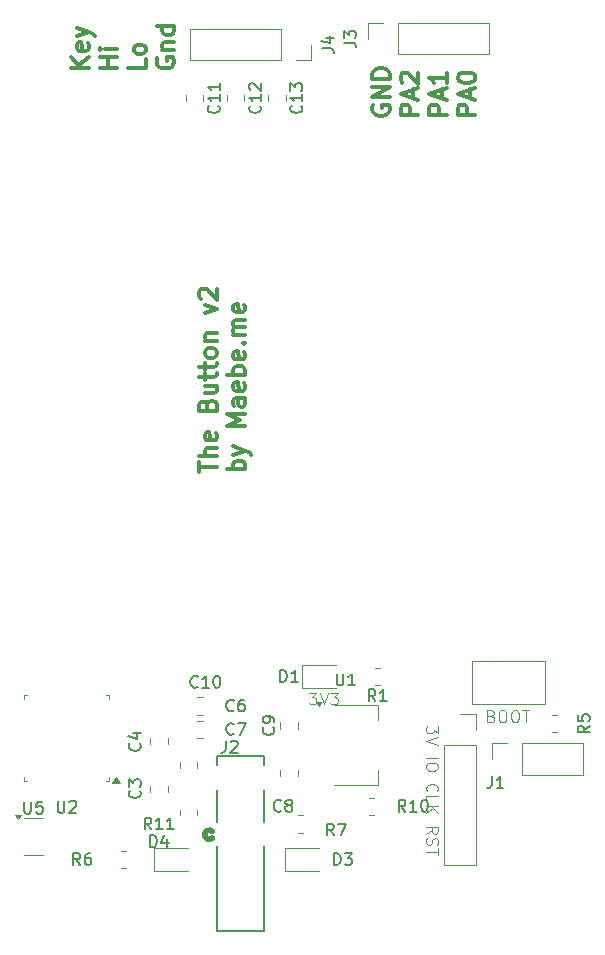
<source format=gbr>
%TF.GenerationSoftware,KiCad,Pcbnew,8.0.7*%
%TF.CreationDate,2024-12-26T00:03:12+08:00*%
%TF.ProjectId,The Button,54686520-4275-4747-946f-6e2e6b696361,rev?*%
%TF.SameCoordinates,Original*%
%TF.FileFunction,Legend,Top*%
%TF.FilePolarity,Positive*%
%FSLAX46Y46*%
G04 Gerber Fmt 4.6, Leading zero omitted, Abs format (unit mm)*
G04 Created by KiCad (PCBNEW 8.0.7) date 2024-12-26 00:03:12*
%MOMM*%
%LPD*%
G01*
G04 APERTURE LIST*
%ADD10C,0.300000*%
%ADD11C,0.100000*%
%ADD12C,0.150000*%
%ADD13C,0.120000*%
%ADD14C,0.152400*%
%ADD15C,0.508000*%
G04 APERTURE END LIST*
D10*
X182127509Y-32659774D02*
X182056080Y-32802632D01*
X182056080Y-32802632D02*
X182056080Y-33016917D01*
X182056080Y-33016917D02*
X182127509Y-33231203D01*
X182127509Y-33231203D02*
X182270366Y-33374060D01*
X182270366Y-33374060D02*
X182413223Y-33445489D01*
X182413223Y-33445489D02*
X182698937Y-33516917D01*
X182698937Y-33516917D02*
X182913223Y-33516917D01*
X182913223Y-33516917D02*
X183198937Y-33445489D01*
X183198937Y-33445489D02*
X183341794Y-33374060D01*
X183341794Y-33374060D02*
X183484652Y-33231203D01*
X183484652Y-33231203D02*
X183556080Y-33016917D01*
X183556080Y-33016917D02*
X183556080Y-32874060D01*
X183556080Y-32874060D02*
X183484652Y-32659774D01*
X183484652Y-32659774D02*
X183413223Y-32588346D01*
X183413223Y-32588346D02*
X182913223Y-32588346D01*
X182913223Y-32588346D02*
X182913223Y-32874060D01*
X183556080Y-31945489D02*
X182056080Y-31945489D01*
X182056080Y-31945489D02*
X183556080Y-31088346D01*
X183556080Y-31088346D02*
X182056080Y-31088346D01*
X183556080Y-30374060D02*
X182056080Y-30374060D01*
X182056080Y-30374060D02*
X182056080Y-30016917D01*
X182056080Y-30016917D02*
X182127509Y-29802631D01*
X182127509Y-29802631D02*
X182270366Y-29659774D01*
X182270366Y-29659774D02*
X182413223Y-29588345D01*
X182413223Y-29588345D02*
X182698937Y-29516917D01*
X182698937Y-29516917D02*
X182913223Y-29516917D01*
X182913223Y-29516917D02*
X183198937Y-29588345D01*
X183198937Y-29588345D02*
X183341794Y-29659774D01*
X183341794Y-29659774D02*
X183484652Y-29802631D01*
X183484652Y-29802631D02*
X183556080Y-30016917D01*
X183556080Y-30016917D02*
X183556080Y-30374060D01*
X185970996Y-33445489D02*
X184470996Y-33445489D01*
X184470996Y-33445489D02*
X184470996Y-32874060D01*
X184470996Y-32874060D02*
X184542425Y-32731203D01*
X184542425Y-32731203D02*
X184613853Y-32659774D01*
X184613853Y-32659774D02*
X184756710Y-32588346D01*
X184756710Y-32588346D02*
X184970996Y-32588346D01*
X184970996Y-32588346D02*
X185113853Y-32659774D01*
X185113853Y-32659774D02*
X185185282Y-32731203D01*
X185185282Y-32731203D02*
X185256710Y-32874060D01*
X185256710Y-32874060D02*
X185256710Y-33445489D01*
X185542425Y-32016917D02*
X185542425Y-31302632D01*
X185970996Y-32159774D02*
X184470996Y-31659774D01*
X184470996Y-31659774D02*
X185970996Y-31159774D01*
X184613853Y-30731203D02*
X184542425Y-30659775D01*
X184542425Y-30659775D02*
X184470996Y-30516918D01*
X184470996Y-30516918D02*
X184470996Y-30159775D01*
X184470996Y-30159775D02*
X184542425Y-30016918D01*
X184542425Y-30016918D02*
X184613853Y-29945489D01*
X184613853Y-29945489D02*
X184756710Y-29874060D01*
X184756710Y-29874060D02*
X184899568Y-29874060D01*
X184899568Y-29874060D02*
X185113853Y-29945489D01*
X185113853Y-29945489D02*
X185970996Y-30802632D01*
X185970996Y-30802632D02*
X185970996Y-29874060D01*
X188385912Y-33445489D02*
X186885912Y-33445489D01*
X186885912Y-33445489D02*
X186885912Y-32874060D01*
X186885912Y-32874060D02*
X186957341Y-32731203D01*
X186957341Y-32731203D02*
X187028769Y-32659774D01*
X187028769Y-32659774D02*
X187171626Y-32588346D01*
X187171626Y-32588346D02*
X187385912Y-32588346D01*
X187385912Y-32588346D02*
X187528769Y-32659774D01*
X187528769Y-32659774D02*
X187600198Y-32731203D01*
X187600198Y-32731203D02*
X187671626Y-32874060D01*
X187671626Y-32874060D02*
X187671626Y-33445489D01*
X187957341Y-32016917D02*
X187957341Y-31302632D01*
X188385912Y-32159774D02*
X186885912Y-31659774D01*
X186885912Y-31659774D02*
X188385912Y-31159774D01*
X188385912Y-29874060D02*
X188385912Y-30731203D01*
X188385912Y-30302632D02*
X186885912Y-30302632D01*
X186885912Y-30302632D02*
X187100198Y-30445489D01*
X187100198Y-30445489D02*
X187243055Y-30588346D01*
X187243055Y-30588346D02*
X187314484Y-30731203D01*
X190800828Y-33445489D02*
X189300828Y-33445489D01*
X189300828Y-33445489D02*
X189300828Y-32874060D01*
X189300828Y-32874060D02*
X189372257Y-32731203D01*
X189372257Y-32731203D02*
X189443685Y-32659774D01*
X189443685Y-32659774D02*
X189586542Y-32588346D01*
X189586542Y-32588346D02*
X189800828Y-32588346D01*
X189800828Y-32588346D02*
X189943685Y-32659774D01*
X189943685Y-32659774D02*
X190015114Y-32731203D01*
X190015114Y-32731203D02*
X190086542Y-32874060D01*
X190086542Y-32874060D02*
X190086542Y-33445489D01*
X190372257Y-32016917D02*
X190372257Y-31302632D01*
X190800828Y-32159774D02*
X189300828Y-31659774D01*
X189300828Y-31659774D02*
X190800828Y-31159774D01*
X189300828Y-30374060D02*
X189300828Y-30231203D01*
X189300828Y-30231203D02*
X189372257Y-30088346D01*
X189372257Y-30088346D02*
X189443685Y-30016918D01*
X189443685Y-30016918D02*
X189586542Y-29945489D01*
X189586542Y-29945489D02*
X189872257Y-29874060D01*
X189872257Y-29874060D02*
X190229400Y-29874060D01*
X190229400Y-29874060D02*
X190515114Y-29945489D01*
X190515114Y-29945489D02*
X190657971Y-30016918D01*
X190657971Y-30016918D02*
X190729400Y-30088346D01*
X190729400Y-30088346D02*
X190800828Y-30231203D01*
X190800828Y-30231203D02*
X190800828Y-30374060D01*
X190800828Y-30374060D02*
X190729400Y-30516918D01*
X190729400Y-30516918D02*
X190657971Y-30588346D01*
X190657971Y-30588346D02*
X190515114Y-30659775D01*
X190515114Y-30659775D02*
X190229400Y-30731203D01*
X190229400Y-30731203D02*
X189872257Y-30731203D01*
X189872257Y-30731203D02*
X189586542Y-30659775D01*
X189586542Y-30659775D02*
X189443685Y-30588346D01*
X189443685Y-30588346D02*
X189372257Y-30516918D01*
X189372257Y-30516918D02*
X189300828Y-30374060D01*
X158056080Y-29445489D02*
X156556080Y-29445489D01*
X158056080Y-28588346D02*
X157198937Y-29231203D01*
X156556080Y-28588346D02*
X157413223Y-29445489D01*
X157984652Y-27374060D02*
X158056080Y-27516917D01*
X158056080Y-27516917D02*
X158056080Y-27802632D01*
X158056080Y-27802632D02*
X157984652Y-27945489D01*
X157984652Y-27945489D02*
X157841794Y-28016917D01*
X157841794Y-28016917D02*
X157270366Y-28016917D01*
X157270366Y-28016917D02*
X157127509Y-27945489D01*
X157127509Y-27945489D02*
X157056080Y-27802632D01*
X157056080Y-27802632D02*
X157056080Y-27516917D01*
X157056080Y-27516917D02*
X157127509Y-27374060D01*
X157127509Y-27374060D02*
X157270366Y-27302632D01*
X157270366Y-27302632D02*
X157413223Y-27302632D01*
X157413223Y-27302632D02*
X157556080Y-28016917D01*
X157056080Y-26802632D02*
X158056080Y-26445489D01*
X157056080Y-26088346D02*
X158056080Y-26445489D01*
X158056080Y-26445489D02*
X158413223Y-26588346D01*
X158413223Y-26588346D02*
X158484652Y-26659775D01*
X158484652Y-26659775D02*
X158556080Y-26802632D01*
X160470996Y-29445489D02*
X158970996Y-29445489D01*
X159685282Y-29445489D02*
X159685282Y-28588346D01*
X160470996Y-28588346D02*
X158970996Y-28588346D01*
X160470996Y-27874060D02*
X159470996Y-27874060D01*
X158970996Y-27874060D02*
X159042425Y-27945488D01*
X159042425Y-27945488D02*
X159113853Y-27874060D01*
X159113853Y-27874060D02*
X159042425Y-27802631D01*
X159042425Y-27802631D02*
X158970996Y-27874060D01*
X158970996Y-27874060D02*
X159113853Y-27874060D01*
X162885912Y-28731203D02*
X162885912Y-29445489D01*
X162885912Y-29445489D02*
X161385912Y-29445489D01*
X162885912Y-28016917D02*
X162814484Y-28159774D01*
X162814484Y-28159774D02*
X162743055Y-28231203D01*
X162743055Y-28231203D02*
X162600198Y-28302631D01*
X162600198Y-28302631D02*
X162171626Y-28302631D01*
X162171626Y-28302631D02*
X162028769Y-28231203D01*
X162028769Y-28231203D02*
X161957341Y-28159774D01*
X161957341Y-28159774D02*
X161885912Y-28016917D01*
X161885912Y-28016917D02*
X161885912Y-27802631D01*
X161885912Y-27802631D02*
X161957341Y-27659774D01*
X161957341Y-27659774D02*
X162028769Y-27588346D01*
X162028769Y-27588346D02*
X162171626Y-27516917D01*
X162171626Y-27516917D02*
X162600198Y-27516917D01*
X162600198Y-27516917D02*
X162743055Y-27588346D01*
X162743055Y-27588346D02*
X162814484Y-27659774D01*
X162814484Y-27659774D02*
X162885912Y-27802631D01*
X162885912Y-27802631D02*
X162885912Y-28016917D01*
X163872257Y-28659774D02*
X163800828Y-28802632D01*
X163800828Y-28802632D02*
X163800828Y-29016917D01*
X163800828Y-29016917D02*
X163872257Y-29231203D01*
X163872257Y-29231203D02*
X164015114Y-29374060D01*
X164015114Y-29374060D02*
X164157971Y-29445489D01*
X164157971Y-29445489D02*
X164443685Y-29516917D01*
X164443685Y-29516917D02*
X164657971Y-29516917D01*
X164657971Y-29516917D02*
X164943685Y-29445489D01*
X164943685Y-29445489D02*
X165086542Y-29374060D01*
X165086542Y-29374060D02*
X165229400Y-29231203D01*
X165229400Y-29231203D02*
X165300828Y-29016917D01*
X165300828Y-29016917D02*
X165300828Y-28874060D01*
X165300828Y-28874060D02*
X165229400Y-28659774D01*
X165229400Y-28659774D02*
X165157971Y-28588346D01*
X165157971Y-28588346D02*
X164657971Y-28588346D01*
X164657971Y-28588346D02*
X164657971Y-28874060D01*
X164300828Y-27945489D02*
X165300828Y-27945489D01*
X164443685Y-27945489D02*
X164372257Y-27874060D01*
X164372257Y-27874060D02*
X164300828Y-27731203D01*
X164300828Y-27731203D02*
X164300828Y-27516917D01*
X164300828Y-27516917D02*
X164372257Y-27374060D01*
X164372257Y-27374060D02*
X164515114Y-27302632D01*
X164515114Y-27302632D02*
X165300828Y-27302632D01*
X165300828Y-25945489D02*
X163800828Y-25945489D01*
X165229400Y-25945489D02*
X165300828Y-26088346D01*
X165300828Y-26088346D02*
X165300828Y-26374060D01*
X165300828Y-26374060D02*
X165229400Y-26516917D01*
X165229400Y-26516917D02*
X165157971Y-26588346D01*
X165157971Y-26588346D02*
X165015114Y-26659774D01*
X165015114Y-26659774D02*
X164586542Y-26659774D01*
X164586542Y-26659774D02*
X164443685Y-26588346D01*
X164443685Y-26588346D02*
X164372257Y-26516917D01*
X164372257Y-26516917D02*
X164300828Y-26374060D01*
X164300828Y-26374060D02*
X164300828Y-26088346D01*
X164300828Y-26088346D02*
X164372257Y-25945489D01*
X167385912Y-63659774D02*
X167385912Y-62802632D01*
X168885912Y-63231203D02*
X167385912Y-63231203D01*
X168885912Y-62302632D02*
X167385912Y-62302632D01*
X168885912Y-61659775D02*
X168100198Y-61659775D01*
X168100198Y-61659775D02*
X167957341Y-61731203D01*
X167957341Y-61731203D02*
X167885912Y-61874060D01*
X167885912Y-61874060D02*
X167885912Y-62088346D01*
X167885912Y-62088346D02*
X167957341Y-62231203D01*
X167957341Y-62231203D02*
X168028769Y-62302632D01*
X168814484Y-60374060D02*
X168885912Y-60516917D01*
X168885912Y-60516917D02*
X168885912Y-60802632D01*
X168885912Y-60802632D02*
X168814484Y-60945489D01*
X168814484Y-60945489D02*
X168671626Y-61016917D01*
X168671626Y-61016917D02*
X168100198Y-61016917D01*
X168100198Y-61016917D02*
X167957341Y-60945489D01*
X167957341Y-60945489D02*
X167885912Y-60802632D01*
X167885912Y-60802632D02*
X167885912Y-60516917D01*
X167885912Y-60516917D02*
X167957341Y-60374060D01*
X167957341Y-60374060D02*
X168100198Y-60302632D01*
X168100198Y-60302632D02*
X168243055Y-60302632D01*
X168243055Y-60302632D02*
X168385912Y-61016917D01*
X168100198Y-58016918D02*
X168171626Y-57802632D01*
X168171626Y-57802632D02*
X168243055Y-57731203D01*
X168243055Y-57731203D02*
X168385912Y-57659775D01*
X168385912Y-57659775D02*
X168600198Y-57659775D01*
X168600198Y-57659775D02*
X168743055Y-57731203D01*
X168743055Y-57731203D02*
X168814484Y-57802632D01*
X168814484Y-57802632D02*
X168885912Y-57945489D01*
X168885912Y-57945489D02*
X168885912Y-58516918D01*
X168885912Y-58516918D02*
X167385912Y-58516918D01*
X167385912Y-58516918D02*
X167385912Y-58016918D01*
X167385912Y-58016918D02*
X167457341Y-57874061D01*
X167457341Y-57874061D02*
X167528769Y-57802632D01*
X167528769Y-57802632D02*
X167671626Y-57731203D01*
X167671626Y-57731203D02*
X167814484Y-57731203D01*
X167814484Y-57731203D02*
X167957341Y-57802632D01*
X167957341Y-57802632D02*
X168028769Y-57874061D01*
X168028769Y-57874061D02*
X168100198Y-58016918D01*
X168100198Y-58016918D02*
X168100198Y-58516918D01*
X167885912Y-56374061D02*
X168885912Y-56374061D01*
X167885912Y-57016918D02*
X168671626Y-57016918D01*
X168671626Y-57016918D02*
X168814484Y-56945489D01*
X168814484Y-56945489D02*
X168885912Y-56802632D01*
X168885912Y-56802632D02*
X168885912Y-56588346D01*
X168885912Y-56588346D02*
X168814484Y-56445489D01*
X168814484Y-56445489D02*
X168743055Y-56374061D01*
X167885912Y-55874060D02*
X167885912Y-55302632D01*
X167385912Y-55659775D02*
X168671626Y-55659775D01*
X168671626Y-55659775D02*
X168814484Y-55588346D01*
X168814484Y-55588346D02*
X168885912Y-55445489D01*
X168885912Y-55445489D02*
X168885912Y-55302632D01*
X167885912Y-55016917D02*
X167885912Y-54445489D01*
X167385912Y-54802632D02*
X168671626Y-54802632D01*
X168671626Y-54802632D02*
X168814484Y-54731203D01*
X168814484Y-54731203D02*
X168885912Y-54588346D01*
X168885912Y-54588346D02*
X168885912Y-54445489D01*
X168885912Y-53731203D02*
X168814484Y-53874060D01*
X168814484Y-53874060D02*
X168743055Y-53945489D01*
X168743055Y-53945489D02*
X168600198Y-54016917D01*
X168600198Y-54016917D02*
X168171626Y-54016917D01*
X168171626Y-54016917D02*
X168028769Y-53945489D01*
X168028769Y-53945489D02*
X167957341Y-53874060D01*
X167957341Y-53874060D02*
X167885912Y-53731203D01*
X167885912Y-53731203D02*
X167885912Y-53516917D01*
X167885912Y-53516917D02*
X167957341Y-53374060D01*
X167957341Y-53374060D02*
X168028769Y-53302632D01*
X168028769Y-53302632D02*
X168171626Y-53231203D01*
X168171626Y-53231203D02*
X168600198Y-53231203D01*
X168600198Y-53231203D02*
X168743055Y-53302632D01*
X168743055Y-53302632D02*
X168814484Y-53374060D01*
X168814484Y-53374060D02*
X168885912Y-53516917D01*
X168885912Y-53516917D02*
X168885912Y-53731203D01*
X167885912Y-52588346D02*
X168885912Y-52588346D01*
X168028769Y-52588346D02*
X167957341Y-52516917D01*
X167957341Y-52516917D02*
X167885912Y-52374060D01*
X167885912Y-52374060D02*
X167885912Y-52159774D01*
X167885912Y-52159774D02*
X167957341Y-52016917D01*
X167957341Y-52016917D02*
X168100198Y-51945489D01*
X168100198Y-51945489D02*
X168885912Y-51945489D01*
X167885912Y-50231203D02*
X168885912Y-49874060D01*
X168885912Y-49874060D02*
X167885912Y-49516917D01*
X167528769Y-49016917D02*
X167457341Y-48945489D01*
X167457341Y-48945489D02*
X167385912Y-48802632D01*
X167385912Y-48802632D02*
X167385912Y-48445489D01*
X167385912Y-48445489D02*
X167457341Y-48302632D01*
X167457341Y-48302632D02*
X167528769Y-48231203D01*
X167528769Y-48231203D02*
X167671626Y-48159774D01*
X167671626Y-48159774D02*
X167814484Y-48159774D01*
X167814484Y-48159774D02*
X168028769Y-48231203D01*
X168028769Y-48231203D02*
X168885912Y-49088346D01*
X168885912Y-49088346D02*
X168885912Y-48159774D01*
X171300828Y-63445489D02*
X169800828Y-63445489D01*
X170372257Y-63445489D02*
X170300828Y-63302632D01*
X170300828Y-63302632D02*
X170300828Y-63016917D01*
X170300828Y-63016917D02*
X170372257Y-62874060D01*
X170372257Y-62874060D02*
X170443685Y-62802632D01*
X170443685Y-62802632D02*
X170586542Y-62731203D01*
X170586542Y-62731203D02*
X171015114Y-62731203D01*
X171015114Y-62731203D02*
X171157971Y-62802632D01*
X171157971Y-62802632D02*
X171229400Y-62874060D01*
X171229400Y-62874060D02*
X171300828Y-63016917D01*
X171300828Y-63016917D02*
X171300828Y-63302632D01*
X171300828Y-63302632D02*
X171229400Y-63445489D01*
X170300828Y-62231203D02*
X171300828Y-61874060D01*
X170300828Y-61516917D02*
X171300828Y-61874060D01*
X171300828Y-61874060D02*
X171657971Y-62016917D01*
X171657971Y-62016917D02*
X171729400Y-62088346D01*
X171729400Y-62088346D02*
X171800828Y-62231203D01*
X171300828Y-59802632D02*
X169800828Y-59802632D01*
X169800828Y-59802632D02*
X170872257Y-59302632D01*
X170872257Y-59302632D02*
X169800828Y-58802632D01*
X169800828Y-58802632D02*
X171300828Y-58802632D01*
X171300828Y-57445489D02*
X170515114Y-57445489D01*
X170515114Y-57445489D02*
X170372257Y-57516917D01*
X170372257Y-57516917D02*
X170300828Y-57659774D01*
X170300828Y-57659774D02*
X170300828Y-57945489D01*
X170300828Y-57945489D02*
X170372257Y-58088346D01*
X171229400Y-57445489D02*
X171300828Y-57588346D01*
X171300828Y-57588346D02*
X171300828Y-57945489D01*
X171300828Y-57945489D02*
X171229400Y-58088346D01*
X171229400Y-58088346D02*
X171086542Y-58159774D01*
X171086542Y-58159774D02*
X170943685Y-58159774D01*
X170943685Y-58159774D02*
X170800828Y-58088346D01*
X170800828Y-58088346D02*
X170729400Y-57945489D01*
X170729400Y-57945489D02*
X170729400Y-57588346D01*
X170729400Y-57588346D02*
X170657971Y-57445489D01*
X171229400Y-56159774D02*
X171300828Y-56302631D01*
X171300828Y-56302631D02*
X171300828Y-56588346D01*
X171300828Y-56588346D02*
X171229400Y-56731203D01*
X171229400Y-56731203D02*
X171086542Y-56802631D01*
X171086542Y-56802631D02*
X170515114Y-56802631D01*
X170515114Y-56802631D02*
X170372257Y-56731203D01*
X170372257Y-56731203D02*
X170300828Y-56588346D01*
X170300828Y-56588346D02*
X170300828Y-56302631D01*
X170300828Y-56302631D02*
X170372257Y-56159774D01*
X170372257Y-56159774D02*
X170515114Y-56088346D01*
X170515114Y-56088346D02*
X170657971Y-56088346D01*
X170657971Y-56088346D02*
X170800828Y-56802631D01*
X171300828Y-55445489D02*
X169800828Y-55445489D01*
X170372257Y-55445489D02*
X170300828Y-55302632D01*
X170300828Y-55302632D02*
X170300828Y-55016917D01*
X170300828Y-55016917D02*
X170372257Y-54874060D01*
X170372257Y-54874060D02*
X170443685Y-54802632D01*
X170443685Y-54802632D02*
X170586542Y-54731203D01*
X170586542Y-54731203D02*
X171015114Y-54731203D01*
X171015114Y-54731203D02*
X171157971Y-54802632D01*
X171157971Y-54802632D02*
X171229400Y-54874060D01*
X171229400Y-54874060D02*
X171300828Y-55016917D01*
X171300828Y-55016917D02*
X171300828Y-55302632D01*
X171300828Y-55302632D02*
X171229400Y-55445489D01*
X171229400Y-53516917D02*
X171300828Y-53659774D01*
X171300828Y-53659774D02*
X171300828Y-53945489D01*
X171300828Y-53945489D02*
X171229400Y-54088346D01*
X171229400Y-54088346D02*
X171086542Y-54159774D01*
X171086542Y-54159774D02*
X170515114Y-54159774D01*
X170515114Y-54159774D02*
X170372257Y-54088346D01*
X170372257Y-54088346D02*
X170300828Y-53945489D01*
X170300828Y-53945489D02*
X170300828Y-53659774D01*
X170300828Y-53659774D02*
X170372257Y-53516917D01*
X170372257Y-53516917D02*
X170515114Y-53445489D01*
X170515114Y-53445489D02*
X170657971Y-53445489D01*
X170657971Y-53445489D02*
X170800828Y-54159774D01*
X171157971Y-52802632D02*
X171229400Y-52731203D01*
X171229400Y-52731203D02*
X171300828Y-52802632D01*
X171300828Y-52802632D02*
X171229400Y-52874060D01*
X171229400Y-52874060D02*
X171157971Y-52802632D01*
X171157971Y-52802632D02*
X171300828Y-52802632D01*
X171300828Y-52088346D02*
X170300828Y-52088346D01*
X170443685Y-52088346D02*
X170372257Y-52016917D01*
X170372257Y-52016917D02*
X170300828Y-51874060D01*
X170300828Y-51874060D02*
X170300828Y-51659774D01*
X170300828Y-51659774D02*
X170372257Y-51516917D01*
X170372257Y-51516917D02*
X170515114Y-51445489D01*
X170515114Y-51445489D02*
X171300828Y-51445489D01*
X170515114Y-51445489D02*
X170372257Y-51374060D01*
X170372257Y-51374060D02*
X170300828Y-51231203D01*
X170300828Y-51231203D02*
X170300828Y-51016917D01*
X170300828Y-51016917D02*
X170372257Y-50874060D01*
X170372257Y-50874060D02*
X170515114Y-50802631D01*
X170515114Y-50802631D02*
X171300828Y-50802631D01*
X171229400Y-49516917D02*
X171300828Y-49659774D01*
X171300828Y-49659774D02*
X171300828Y-49945489D01*
X171300828Y-49945489D02*
X171229400Y-50088346D01*
X171229400Y-50088346D02*
X171086542Y-50159774D01*
X171086542Y-50159774D02*
X170515114Y-50159774D01*
X170515114Y-50159774D02*
X170372257Y-50088346D01*
X170372257Y-50088346D02*
X170300828Y-49945489D01*
X170300828Y-49945489D02*
X170300828Y-49659774D01*
X170300828Y-49659774D02*
X170372257Y-49516917D01*
X170372257Y-49516917D02*
X170515114Y-49445489D01*
X170515114Y-49445489D02*
X170657971Y-49445489D01*
X170657971Y-49445489D02*
X170800828Y-50159774D01*
D11*
X187627580Y-85208646D02*
X187627580Y-85827693D01*
X187627580Y-85827693D02*
X187246628Y-85494360D01*
X187246628Y-85494360D02*
X187246628Y-85637217D01*
X187246628Y-85637217D02*
X187199009Y-85732455D01*
X187199009Y-85732455D02*
X187151390Y-85780074D01*
X187151390Y-85780074D02*
X187056152Y-85827693D01*
X187056152Y-85827693D02*
X186818057Y-85827693D01*
X186818057Y-85827693D02*
X186722819Y-85780074D01*
X186722819Y-85780074D02*
X186675200Y-85732455D01*
X186675200Y-85732455D02*
X186627580Y-85637217D01*
X186627580Y-85637217D02*
X186627580Y-85351503D01*
X186627580Y-85351503D02*
X186675200Y-85256265D01*
X186675200Y-85256265D02*
X186722819Y-85208646D01*
X187627580Y-86113408D02*
X186627580Y-86446741D01*
X186627580Y-86446741D02*
X187627580Y-86780074D01*
X186627580Y-87875313D02*
X187627580Y-87875313D01*
X187627580Y-88541979D02*
X187627580Y-88732455D01*
X187627580Y-88732455D02*
X187579961Y-88827693D01*
X187579961Y-88827693D02*
X187484723Y-88922931D01*
X187484723Y-88922931D02*
X187294247Y-88970550D01*
X187294247Y-88970550D02*
X186960914Y-88970550D01*
X186960914Y-88970550D02*
X186770438Y-88922931D01*
X186770438Y-88922931D02*
X186675200Y-88827693D01*
X186675200Y-88827693D02*
X186627580Y-88732455D01*
X186627580Y-88732455D02*
X186627580Y-88541979D01*
X186627580Y-88541979D02*
X186675200Y-88446741D01*
X186675200Y-88446741D02*
X186770438Y-88351503D01*
X186770438Y-88351503D02*
X186960914Y-88303884D01*
X186960914Y-88303884D02*
X187294247Y-88303884D01*
X187294247Y-88303884D02*
X187484723Y-88351503D01*
X187484723Y-88351503D02*
X187579961Y-88446741D01*
X187579961Y-88446741D02*
X187627580Y-88541979D01*
X186722819Y-90732455D02*
X186675200Y-90684836D01*
X186675200Y-90684836D02*
X186627580Y-90541979D01*
X186627580Y-90541979D02*
X186627580Y-90446741D01*
X186627580Y-90446741D02*
X186675200Y-90303884D01*
X186675200Y-90303884D02*
X186770438Y-90208646D01*
X186770438Y-90208646D02*
X186865676Y-90161027D01*
X186865676Y-90161027D02*
X187056152Y-90113408D01*
X187056152Y-90113408D02*
X187199009Y-90113408D01*
X187199009Y-90113408D02*
X187389485Y-90161027D01*
X187389485Y-90161027D02*
X187484723Y-90208646D01*
X187484723Y-90208646D02*
X187579961Y-90303884D01*
X187579961Y-90303884D02*
X187627580Y-90446741D01*
X187627580Y-90446741D02*
X187627580Y-90541979D01*
X187627580Y-90541979D02*
X187579961Y-90684836D01*
X187579961Y-90684836D02*
X187532342Y-90732455D01*
X186627580Y-91637217D02*
X186627580Y-91161027D01*
X186627580Y-91161027D02*
X187627580Y-91161027D01*
X186627580Y-91970551D02*
X187627580Y-91970551D01*
X186627580Y-92541979D02*
X187199009Y-92113408D01*
X187627580Y-92541979D02*
X187056152Y-91970551D01*
X186627580Y-94303884D02*
X187103771Y-93970551D01*
X186627580Y-93732456D02*
X187627580Y-93732456D01*
X187627580Y-93732456D02*
X187627580Y-94113408D01*
X187627580Y-94113408D02*
X187579961Y-94208646D01*
X187579961Y-94208646D02*
X187532342Y-94256265D01*
X187532342Y-94256265D02*
X187437104Y-94303884D01*
X187437104Y-94303884D02*
X187294247Y-94303884D01*
X187294247Y-94303884D02*
X187199009Y-94256265D01*
X187199009Y-94256265D02*
X187151390Y-94208646D01*
X187151390Y-94208646D02*
X187103771Y-94113408D01*
X187103771Y-94113408D02*
X187103771Y-93732456D01*
X186675200Y-94684837D02*
X186627580Y-94827694D01*
X186627580Y-94827694D02*
X186627580Y-95065789D01*
X186627580Y-95065789D02*
X186675200Y-95161027D01*
X186675200Y-95161027D02*
X186722819Y-95208646D01*
X186722819Y-95208646D02*
X186818057Y-95256265D01*
X186818057Y-95256265D02*
X186913295Y-95256265D01*
X186913295Y-95256265D02*
X187008533Y-95208646D01*
X187008533Y-95208646D02*
X187056152Y-95161027D01*
X187056152Y-95161027D02*
X187103771Y-95065789D01*
X187103771Y-95065789D02*
X187151390Y-94875313D01*
X187151390Y-94875313D02*
X187199009Y-94780075D01*
X187199009Y-94780075D02*
X187246628Y-94732456D01*
X187246628Y-94732456D02*
X187341866Y-94684837D01*
X187341866Y-94684837D02*
X187437104Y-94684837D01*
X187437104Y-94684837D02*
X187532342Y-94732456D01*
X187532342Y-94732456D02*
X187579961Y-94780075D01*
X187579961Y-94780075D02*
X187627580Y-94875313D01*
X187627580Y-94875313D02*
X187627580Y-95113408D01*
X187627580Y-95113408D02*
X187579961Y-95256265D01*
X187627580Y-95541980D02*
X187627580Y-96113408D01*
X186627580Y-95827694D02*
X187627580Y-95827694D01*
X176708646Y-82372419D02*
X177327693Y-82372419D01*
X177327693Y-82372419D02*
X176994360Y-82753371D01*
X176994360Y-82753371D02*
X177137217Y-82753371D01*
X177137217Y-82753371D02*
X177232455Y-82800990D01*
X177232455Y-82800990D02*
X177280074Y-82848609D01*
X177280074Y-82848609D02*
X177327693Y-82943847D01*
X177327693Y-82943847D02*
X177327693Y-83181942D01*
X177327693Y-83181942D02*
X177280074Y-83277180D01*
X177280074Y-83277180D02*
X177232455Y-83324800D01*
X177232455Y-83324800D02*
X177137217Y-83372419D01*
X177137217Y-83372419D02*
X176851503Y-83372419D01*
X176851503Y-83372419D02*
X176756265Y-83324800D01*
X176756265Y-83324800D02*
X176708646Y-83277180D01*
X177613408Y-82372419D02*
X177946741Y-83372419D01*
X177946741Y-83372419D02*
X178280074Y-82372419D01*
X178518170Y-82372419D02*
X179137217Y-82372419D01*
X179137217Y-82372419D02*
X178803884Y-82753371D01*
X178803884Y-82753371D02*
X178946741Y-82753371D01*
X178946741Y-82753371D02*
X179041979Y-82800990D01*
X179041979Y-82800990D02*
X179089598Y-82848609D01*
X179089598Y-82848609D02*
X179137217Y-82943847D01*
X179137217Y-82943847D02*
X179137217Y-83181942D01*
X179137217Y-83181942D02*
X179089598Y-83277180D01*
X179089598Y-83277180D02*
X179041979Y-83324800D01*
X179041979Y-83324800D02*
X178946741Y-83372419D01*
X178946741Y-83372419D02*
X178661027Y-83372419D01*
X178661027Y-83372419D02*
X178565789Y-83324800D01*
X178565789Y-83324800D02*
X178518170Y-83277180D01*
X192137217Y-84348609D02*
X192280074Y-84396228D01*
X192280074Y-84396228D02*
X192327693Y-84443847D01*
X192327693Y-84443847D02*
X192375312Y-84539085D01*
X192375312Y-84539085D02*
X192375312Y-84681942D01*
X192375312Y-84681942D02*
X192327693Y-84777180D01*
X192327693Y-84777180D02*
X192280074Y-84824800D01*
X192280074Y-84824800D02*
X192184836Y-84872419D01*
X192184836Y-84872419D02*
X191803884Y-84872419D01*
X191803884Y-84872419D02*
X191803884Y-83872419D01*
X191803884Y-83872419D02*
X192137217Y-83872419D01*
X192137217Y-83872419D02*
X192232455Y-83920038D01*
X192232455Y-83920038D02*
X192280074Y-83967657D01*
X192280074Y-83967657D02*
X192327693Y-84062895D01*
X192327693Y-84062895D02*
X192327693Y-84158133D01*
X192327693Y-84158133D02*
X192280074Y-84253371D01*
X192280074Y-84253371D02*
X192232455Y-84300990D01*
X192232455Y-84300990D02*
X192137217Y-84348609D01*
X192137217Y-84348609D02*
X191803884Y-84348609D01*
X192994360Y-83872419D02*
X193184836Y-83872419D01*
X193184836Y-83872419D02*
X193280074Y-83920038D01*
X193280074Y-83920038D02*
X193375312Y-84015276D01*
X193375312Y-84015276D02*
X193422931Y-84205752D01*
X193422931Y-84205752D02*
X193422931Y-84539085D01*
X193422931Y-84539085D02*
X193375312Y-84729561D01*
X193375312Y-84729561D02*
X193280074Y-84824800D01*
X193280074Y-84824800D02*
X193184836Y-84872419D01*
X193184836Y-84872419D02*
X192994360Y-84872419D01*
X192994360Y-84872419D02*
X192899122Y-84824800D01*
X192899122Y-84824800D02*
X192803884Y-84729561D01*
X192803884Y-84729561D02*
X192756265Y-84539085D01*
X192756265Y-84539085D02*
X192756265Y-84205752D01*
X192756265Y-84205752D02*
X192803884Y-84015276D01*
X192803884Y-84015276D02*
X192899122Y-83920038D01*
X192899122Y-83920038D02*
X192994360Y-83872419D01*
X194041979Y-83872419D02*
X194232455Y-83872419D01*
X194232455Y-83872419D02*
X194327693Y-83920038D01*
X194327693Y-83920038D02*
X194422931Y-84015276D01*
X194422931Y-84015276D02*
X194470550Y-84205752D01*
X194470550Y-84205752D02*
X194470550Y-84539085D01*
X194470550Y-84539085D02*
X194422931Y-84729561D01*
X194422931Y-84729561D02*
X194327693Y-84824800D01*
X194327693Y-84824800D02*
X194232455Y-84872419D01*
X194232455Y-84872419D02*
X194041979Y-84872419D01*
X194041979Y-84872419D02*
X193946741Y-84824800D01*
X193946741Y-84824800D02*
X193851503Y-84729561D01*
X193851503Y-84729561D02*
X193803884Y-84539085D01*
X193803884Y-84539085D02*
X193803884Y-84205752D01*
X193803884Y-84205752D02*
X193851503Y-84015276D01*
X193851503Y-84015276D02*
X193946741Y-83920038D01*
X193946741Y-83920038D02*
X194041979Y-83872419D01*
X194756265Y-83872419D02*
X195327693Y-83872419D01*
X195041979Y-84872419D02*
X195041979Y-83872419D01*
D12*
X178808333Y-94454819D02*
X178475000Y-93978628D01*
X178236905Y-94454819D02*
X178236905Y-93454819D01*
X178236905Y-93454819D02*
X178617857Y-93454819D01*
X178617857Y-93454819D02*
X178713095Y-93502438D01*
X178713095Y-93502438D02*
X178760714Y-93550057D01*
X178760714Y-93550057D02*
X178808333Y-93645295D01*
X178808333Y-93645295D02*
X178808333Y-93788152D01*
X178808333Y-93788152D02*
X178760714Y-93883390D01*
X178760714Y-93883390D02*
X178713095Y-93931009D01*
X178713095Y-93931009D02*
X178617857Y-93978628D01*
X178617857Y-93978628D02*
X178236905Y-93978628D01*
X179141667Y-93454819D02*
X179808333Y-93454819D01*
X179808333Y-93454819D02*
X179379762Y-94454819D01*
X172539580Y-32680357D02*
X172587200Y-32727976D01*
X172587200Y-32727976D02*
X172634819Y-32870833D01*
X172634819Y-32870833D02*
X172634819Y-32966071D01*
X172634819Y-32966071D02*
X172587200Y-33108928D01*
X172587200Y-33108928D02*
X172491961Y-33204166D01*
X172491961Y-33204166D02*
X172396723Y-33251785D01*
X172396723Y-33251785D02*
X172206247Y-33299404D01*
X172206247Y-33299404D02*
X172063390Y-33299404D01*
X172063390Y-33299404D02*
X171872914Y-33251785D01*
X171872914Y-33251785D02*
X171777676Y-33204166D01*
X171777676Y-33204166D02*
X171682438Y-33108928D01*
X171682438Y-33108928D02*
X171634819Y-32966071D01*
X171634819Y-32966071D02*
X171634819Y-32870833D01*
X171634819Y-32870833D02*
X171682438Y-32727976D01*
X171682438Y-32727976D02*
X171730057Y-32680357D01*
X172634819Y-31727976D02*
X172634819Y-32299404D01*
X172634819Y-32013690D02*
X171634819Y-32013690D01*
X171634819Y-32013690D02*
X171777676Y-32108928D01*
X171777676Y-32108928D02*
X171872914Y-32204166D01*
X171872914Y-32204166D02*
X171920533Y-32299404D01*
X171730057Y-31347023D02*
X171682438Y-31299404D01*
X171682438Y-31299404D02*
X171634819Y-31204166D01*
X171634819Y-31204166D02*
X171634819Y-30966071D01*
X171634819Y-30966071D02*
X171682438Y-30870833D01*
X171682438Y-30870833D02*
X171730057Y-30823214D01*
X171730057Y-30823214D02*
X171825295Y-30775595D01*
X171825295Y-30775595D02*
X171920533Y-30775595D01*
X171920533Y-30775595D02*
X172063390Y-30823214D01*
X172063390Y-30823214D02*
X172634819Y-31394642D01*
X172634819Y-31394642D02*
X172634819Y-30775595D01*
X162359580Y-90666666D02*
X162407200Y-90714285D01*
X162407200Y-90714285D02*
X162454819Y-90857142D01*
X162454819Y-90857142D02*
X162454819Y-90952380D01*
X162454819Y-90952380D02*
X162407200Y-91095237D01*
X162407200Y-91095237D02*
X162311961Y-91190475D01*
X162311961Y-91190475D02*
X162216723Y-91238094D01*
X162216723Y-91238094D02*
X162026247Y-91285713D01*
X162026247Y-91285713D02*
X161883390Y-91285713D01*
X161883390Y-91285713D02*
X161692914Y-91238094D01*
X161692914Y-91238094D02*
X161597676Y-91190475D01*
X161597676Y-91190475D02*
X161502438Y-91095237D01*
X161502438Y-91095237D02*
X161454819Y-90952380D01*
X161454819Y-90952380D02*
X161454819Y-90857142D01*
X161454819Y-90857142D02*
X161502438Y-90714285D01*
X161502438Y-90714285D02*
X161550057Y-90666666D01*
X161454819Y-90333332D02*
X161454819Y-89714285D01*
X161454819Y-89714285D02*
X161835771Y-90047618D01*
X161835771Y-90047618D02*
X161835771Y-89904761D01*
X161835771Y-89904761D02*
X161883390Y-89809523D01*
X161883390Y-89809523D02*
X161931009Y-89761904D01*
X161931009Y-89761904D02*
X162026247Y-89714285D01*
X162026247Y-89714285D02*
X162264342Y-89714285D01*
X162264342Y-89714285D02*
X162359580Y-89761904D01*
X162359580Y-89761904D02*
X162407200Y-89809523D01*
X162407200Y-89809523D02*
X162454819Y-89904761D01*
X162454819Y-89904761D02*
X162454819Y-90190475D01*
X162454819Y-90190475D02*
X162407200Y-90285713D01*
X162407200Y-90285713D02*
X162359580Y-90333332D01*
X174333333Y-92359580D02*
X174285714Y-92407200D01*
X174285714Y-92407200D02*
X174142857Y-92454819D01*
X174142857Y-92454819D02*
X174047619Y-92454819D01*
X174047619Y-92454819D02*
X173904762Y-92407200D01*
X173904762Y-92407200D02*
X173809524Y-92311961D01*
X173809524Y-92311961D02*
X173761905Y-92216723D01*
X173761905Y-92216723D02*
X173714286Y-92026247D01*
X173714286Y-92026247D02*
X173714286Y-91883390D01*
X173714286Y-91883390D02*
X173761905Y-91692914D01*
X173761905Y-91692914D02*
X173809524Y-91597676D01*
X173809524Y-91597676D02*
X173904762Y-91502438D01*
X173904762Y-91502438D02*
X174047619Y-91454819D01*
X174047619Y-91454819D02*
X174142857Y-91454819D01*
X174142857Y-91454819D02*
X174285714Y-91502438D01*
X174285714Y-91502438D02*
X174333333Y-91550057D01*
X174904762Y-91883390D02*
X174809524Y-91835771D01*
X174809524Y-91835771D02*
X174761905Y-91788152D01*
X174761905Y-91788152D02*
X174714286Y-91692914D01*
X174714286Y-91692914D02*
X174714286Y-91645295D01*
X174714286Y-91645295D02*
X174761905Y-91550057D01*
X174761905Y-91550057D02*
X174809524Y-91502438D01*
X174809524Y-91502438D02*
X174904762Y-91454819D01*
X174904762Y-91454819D02*
X175095238Y-91454819D01*
X175095238Y-91454819D02*
X175190476Y-91502438D01*
X175190476Y-91502438D02*
X175238095Y-91550057D01*
X175238095Y-91550057D02*
X175285714Y-91645295D01*
X175285714Y-91645295D02*
X175285714Y-91692914D01*
X175285714Y-91692914D02*
X175238095Y-91788152D01*
X175238095Y-91788152D02*
X175190476Y-91835771D01*
X175190476Y-91835771D02*
X175095238Y-91883390D01*
X175095238Y-91883390D02*
X174904762Y-91883390D01*
X174904762Y-91883390D02*
X174809524Y-91931009D01*
X174809524Y-91931009D02*
X174761905Y-91978628D01*
X174761905Y-91978628D02*
X174714286Y-92073866D01*
X174714286Y-92073866D02*
X174714286Y-92264342D01*
X174714286Y-92264342D02*
X174761905Y-92359580D01*
X174761905Y-92359580D02*
X174809524Y-92407200D01*
X174809524Y-92407200D02*
X174904762Y-92454819D01*
X174904762Y-92454819D02*
X175095238Y-92454819D01*
X175095238Y-92454819D02*
X175190476Y-92407200D01*
X175190476Y-92407200D02*
X175238095Y-92359580D01*
X175238095Y-92359580D02*
X175285714Y-92264342D01*
X175285714Y-92264342D02*
X175285714Y-92073866D01*
X175285714Y-92073866D02*
X175238095Y-91978628D01*
X175238095Y-91978628D02*
X175190476Y-91931009D01*
X175190476Y-91931009D02*
X175095238Y-91883390D01*
X163261905Y-95454819D02*
X163261905Y-94454819D01*
X163261905Y-94454819D02*
X163500000Y-94454819D01*
X163500000Y-94454819D02*
X163642857Y-94502438D01*
X163642857Y-94502438D02*
X163738095Y-94597676D01*
X163738095Y-94597676D02*
X163785714Y-94692914D01*
X163785714Y-94692914D02*
X163833333Y-94883390D01*
X163833333Y-94883390D02*
X163833333Y-95026247D01*
X163833333Y-95026247D02*
X163785714Y-95216723D01*
X163785714Y-95216723D02*
X163738095Y-95311961D01*
X163738095Y-95311961D02*
X163642857Y-95407200D01*
X163642857Y-95407200D02*
X163500000Y-95454819D01*
X163500000Y-95454819D02*
X163261905Y-95454819D01*
X164690476Y-94788152D02*
X164690476Y-95454819D01*
X164452381Y-94407200D02*
X164214286Y-95121485D01*
X164214286Y-95121485D02*
X164833333Y-95121485D01*
X179038095Y-80754819D02*
X179038095Y-81564342D01*
X179038095Y-81564342D02*
X179085714Y-81659580D01*
X179085714Y-81659580D02*
X179133333Y-81707200D01*
X179133333Y-81707200D02*
X179228571Y-81754819D01*
X179228571Y-81754819D02*
X179419047Y-81754819D01*
X179419047Y-81754819D02*
X179514285Y-81707200D01*
X179514285Y-81707200D02*
X179561904Y-81659580D01*
X179561904Y-81659580D02*
X179609523Y-81564342D01*
X179609523Y-81564342D02*
X179609523Y-80754819D01*
X180609523Y-81754819D02*
X180038095Y-81754819D01*
X180323809Y-81754819D02*
X180323809Y-80754819D01*
X180323809Y-80754819D02*
X180228571Y-80897676D01*
X180228571Y-80897676D02*
X180133333Y-80992914D01*
X180133333Y-80992914D02*
X180038095Y-81040533D01*
X152600595Y-91604819D02*
X152600595Y-92414342D01*
X152600595Y-92414342D02*
X152648214Y-92509580D01*
X152648214Y-92509580D02*
X152695833Y-92557200D01*
X152695833Y-92557200D02*
X152791071Y-92604819D01*
X152791071Y-92604819D02*
X152981547Y-92604819D01*
X152981547Y-92604819D02*
X153076785Y-92557200D01*
X153076785Y-92557200D02*
X153124404Y-92509580D01*
X153124404Y-92509580D02*
X153172023Y-92414342D01*
X153172023Y-92414342D02*
X153172023Y-91604819D01*
X154124404Y-91604819D02*
X153648214Y-91604819D01*
X153648214Y-91604819D02*
X153600595Y-92081009D01*
X153600595Y-92081009D02*
X153648214Y-92033390D01*
X153648214Y-92033390D02*
X153743452Y-91985771D01*
X153743452Y-91985771D02*
X153981547Y-91985771D01*
X153981547Y-91985771D02*
X154076785Y-92033390D01*
X154076785Y-92033390D02*
X154124404Y-92081009D01*
X154124404Y-92081009D02*
X154172023Y-92176247D01*
X154172023Y-92176247D02*
X154172023Y-92414342D01*
X154172023Y-92414342D02*
X154124404Y-92509580D01*
X154124404Y-92509580D02*
X154076785Y-92557200D01*
X154076785Y-92557200D02*
X153981547Y-92604819D01*
X153981547Y-92604819D02*
X153743452Y-92604819D01*
X153743452Y-92604819D02*
X153648214Y-92557200D01*
X153648214Y-92557200D02*
X153600595Y-92509580D01*
X192166666Y-89454819D02*
X192166666Y-90169104D01*
X192166666Y-90169104D02*
X192119047Y-90311961D01*
X192119047Y-90311961D02*
X192023809Y-90407200D01*
X192023809Y-90407200D02*
X191880952Y-90454819D01*
X191880952Y-90454819D02*
X191785714Y-90454819D01*
X193166666Y-90454819D02*
X192595238Y-90454819D01*
X192880952Y-90454819D02*
X192880952Y-89454819D01*
X192880952Y-89454819D02*
X192785714Y-89597676D01*
X192785714Y-89597676D02*
X192690476Y-89692914D01*
X192690476Y-89692914D02*
X192595238Y-89740533D01*
X184857142Y-92454819D02*
X184523809Y-91978628D01*
X184285714Y-92454819D02*
X184285714Y-91454819D01*
X184285714Y-91454819D02*
X184666666Y-91454819D01*
X184666666Y-91454819D02*
X184761904Y-91502438D01*
X184761904Y-91502438D02*
X184809523Y-91550057D01*
X184809523Y-91550057D02*
X184857142Y-91645295D01*
X184857142Y-91645295D02*
X184857142Y-91788152D01*
X184857142Y-91788152D02*
X184809523Y-91883390D01*
X184809523Y-91883390D02*
X184761904Y-91931009D01*
X184761904Y-91931009D02*
X184666666Y-91978628D01*
X184666666Y-91978628D02*
X184285714Y-91978628D01*
X185809523Y-92454819D02*
X185238095Y-92454819D01*
X185523809Y-92454819D02*
X185523809Y-91454819D01*
X185523809Y-91454819D02*
X185428571Y-91597676D01*
X185428571Y-91597676D02*
X185333333Y-91692914D01*
X185333333Y-91692914D02*
X185238095Y-91740533D01*
X186428571Y-91454819D02*
X186523809Y-91454819D01*
X186523809Y-91454819D02*
X186619047Y-91502438D01*
X186619047Y-91502438D02*
X186666666Y-91550057D01*
X186666666Y-91550057D02*
X186714285Y-91645295D01*
X186714285Y-91645295D02*
X186761904Y-91835771D01*
X186761904Y-91835771D02*
X186761904Y-92073866D01*
X186761904Y-92073866D02*
X186714285Y-92264342D01*
X186714285Y-92264342D02*
X186666666Y-92359580D01*
X186666666Y-92359580D02*
X186619047Y-92407200D01*
X186619047Y-92407200D02*
X186523809Y-92454819D01*
X186523809Y-92454819D02*
X186428571Y-92454819D01*
X186428571Y-92454819D02*
X186333333Y-92407200D01*
X186333333Y-92407200D02*
X186285714Y-92359580D01*
X186285714Y-92359580D02*
X186238095Y-92264342D01*
X186238095Y-92264342D02*
X186190476Y-92073866D01*
X186190476Y-92073866D02*
X186190476Y-91835771D01*
X186190476Y-91835771D02*
X186238095Y-91645295D01*
X186238095Y-91645295D02*
X186285714Y-91550057D01*
X186285714Y-91550057D02*
X186333333Y-91502438D01*
X186333333Y-91502438D02*
X186428571Y-91454819D01*
X174261905Y-81454819D02*
X174261905Y-80454819D01*
X174261905Y-80454819D02*
X174500000Y-80454819D01*
X174500000Y-80454819D02*
X174642857Y-80502438D01*
X174642857Y-80502438D02*
X174738095Y-80597676D01*
X174738095Y-80597676D02*
X174785714Y-80692914D01*
X174785714Y-80692914D02*
X174833333Y-80883390D01*
X174833333Y-80883390D02*
X174833333Y-81026247D01*
X174833333Y-81026247D02*
X174785714Y-81216723D01*
X174785714Y-81216723D02*
X174738095Y-81311961D01*
X174738095Y-81311961D02*
X174642857Y-81407200D01*
X174642857Y-81407200D02*
X174500000Y-81454819D01*
X174500000Y-81454819D02*
X174261905Y-81454819D01*
X175785714Y-81454819D02*
X175214286Y-81454819D01*
X175500000Y-81454819D02*
X175500000Y-80454819D01*
X175500000Y-80454819D02*
X175404762Y-80597676D01*
X175404762Y-80597676D02*
X175309524Y-80692914D01*
X175309524Y-80692914D02*
X175214286Y-80740533D01*
X169039580Y-32680357D02*
X169087200Y-32727976D01*
X169087200Y-32727976D02*
X169134819Y-32870833D01*
X169134819Y-32870833D02*
X169134819Y-32966071D01*
X169134819Y-32966071D02*
X169087200Y-33108928D01*
X169087200Y-33108928D02*
X168991961Y-33204166D01*
X168991961Y-33204166D02*
X168896723Y-33251785D01*
X168896723Y-33251785D02*
X168706247Y-33299404D01*
X168706247Y-33299404D02*
X168563390Y-33299404D01*
X168563390Y-33299404D02*
X168372914Y-33251785D01*
X168372914Y-33251785D02*
X168277676Y-33204166D01*
X168277676Y-33204166D02*
X168182438Y-33108928D01*
X168182438Y-33108928D02*
X168134819Y-32966071D01*
X168134819Y-32966071D02*
X168134819Y-32870833D01*
X168134819Y-32870833D02*
X168182438Y-32727976D01*
X168182438Y-32727976D02*
X168230057Y-32680357D01*
X169134819Y-31727976D02*
X169134819Y-32299404D01*
X169134819Y-32013690D02*
X168134819Y-32013690D01*
X168134819Y-32013690D02*
X168277676Y-32108928D01*
X168277676Y-32108928D02*
X168372914Y-32204166D01*
X168372914Y-32204166D02*
X168420533Y-32299404D01*
X169134819Y-30775595D02*
X169134819Y-31347023D01*
X169134819Y-31061309D02*
X168134819Y-31061309D01*
X168134819Y-31061309D02*
X168277676Y-31156547D01*
X168277676Y-31156547D02*
X168372914Y-31251785D01*
X168372914Y-31251785D02*
X168420533Y-31347023D01*
X182333333Y-83104819D02*
X182000000Y-82628628D01*
X181761905Y-83104819D02*
X181761905Y-82104819D01*
X181761905Y-82104819D02*
X182142857Y-82104819D01*
X182142857Y-82104819D02*
X182238095Y-82152438D01*
X182238095Y-82152438D02*
X182285714Y-82200057D01*
X182285714Y-82200057D02*
X182333333Y-82295295D01*
X182333333Y-82295295D02*
X182333333Y-82438152D01*
X182333333Y-82438152D02*
X182285714Y-82533390D01*
X182285714Y-82533390D02*
X182238095Y-82581009D01*
X182238095Y-82581009D02*
X182142857Y-82628628D01*
X182142857Y-82628628D02*
X181761905Y-82628628D01*
X183285714Y-83104819D02*
X182714286Y-83104819D01*
X183000000Y-83104819D02*
X183000000Y-82104819D01*
X183000000Y-82104819D02*
X182904762Y-82247676D01*
X182904762Y-82247676D02*
X182809524Y-82342914D01*
X182809524Y-82342914D02*
X182714286Y-82390533D01*
X176039580Y-32680357D02*
X176087200Y-32727976D01*
X176087200Y-32727976D02*
X176134819Y-32870833D01*
X176134819Y-32870833D02*
X176134819Y-32966071D01*
X176134819Y-32966071D02*
X176087200Y-33108928D01*
X176087200Y-33108928D02*
X175991961Y-33204166D01*
X175991961Y-33204166D02*
X175896723Y-33251785D01*
X175896723Y-33251785D02*
X175706247Y-33299404D01*
X175706247Y-33299404D02*
X175563390Y-33299404D01*
X175563390Y-33299404D02*
X175372914Y-33251785D01*
X175372914Y-33251785D02*
X175277676Y-33204166D01*
X175277676Y-33204166D02*
X175182438Y-33108928D01*
X175182438Y-33108928D02*
X175134819Y-32966071D01*
X175134819Y-32966071D02*
X175134819Y-32870833D01*
X175134819Y-32870833D02*
X175182438Y-32727976D01*
X175182438Y-32727976D02*
X175230057Y-32680357D01*
X176134819Y-31727976D02*
X176134819Y-32299404D01*
X176134819Y-32013690D02*
X175134819Y-32013690D01*
X175134819Y-32013690D02*
X175277676Y-32108928D01*
X175277676Y-32108928D02*
X175372914Y-32204166D01*
X175372914Y-32204166D02*
X175420533Y-32299404D01*
X175134819Y-31394642D02*
X175134819Y-30775595D01*
X175134819Y-30775595D02*
X175515771Y-31108928D01*
X175515771Y-31108928D02*
X175515771Y-30966071D01*
X175515771Y-30966071D02*
X175563390Y-30870833D01*
X175563390Y-30870833D02*
X175611009Y-30823214D01*
X175611009Y-30823214D02*
X175706247Y-30775595D01*
X175706247Y-30775595D02*
X175944342Y-30775595D01*
X175944342Y-30775595D02*
X176039580Y-30823214D01*
X176039580Y-30823214D02*
X176087200Y-30870833D01*
X176087200Y-30870833D02*
X176134819Y-30966071D01*
X176134819Y-30966071D02*
X176134819Y-31251785D01*
X176134819Y-31251785D02*
X176087200Y-31347023D01*
X176087200Y-31347023D02*
X176039580Y-31394642D01*
X170333333Y-83859580D02*
X170285714Y-83907200D01*
X170285714Y-83907200D02*
X170142857Y-83954819D01*
X170142857Y-83954819D02*
X170047619Y-83954819D01*
X170047619Y-83954819D02*
X169904762Y-83907200D01*
X169904762Y-83907200D02*
X169809524Y-83811961D01*
X169809524Y-83811961D02*
X169761905Y-83716723D01*
X169761905Y-83716723D02*
X169714286Y-83526247D01*
X169714286Y-83526247D02*
X169714286Y-83383390D01*
X169714286Y-83383390D02*
X169761905Y-83192914D01*
X169761905Y-83192914D02*
X169809524Y-83097676D01*
X169809524Y-83097676D02*
X169904762Y-83002438D01*
X169904762Y-83002438D02*
X170047619Y-82954819D01*
X170047619Y-82954819D02*
X170142857Y-82954819D01*
X170142857Y-82954819D02*
X170285714Y-83002438D01*
X170285714Y-83002438D02*
X170333333Y-83050057D01*
X171190476Y-82954819D02*
X171000000Y-82954819D01*
X171000000Y-82954819D02*
X170904762Y-83002438D01*
X170904762Y-83002438D02*
X170857143Y-83050057D01*
X170857143Y-83050057D02*
X170761905Y-83192914D01*
X170761905Y-83192914D02*
X170714286Y-83383390D01*
X170714286Y-83383390D02*
X170714286Y-83764342D01*
X170714286Y-83764342D02*
X170761905Y-83859580D01*
X170761905Y-83859580D02*
X170809524Y-83907200D01*
X170809524Y-83907200D02*
X170904762Y-83954819D01*
X170904762Y-83954819D02*
X171095238Y-83954819D01*
X171095238Y-83954819D02*
X171190476Y-83907200D01*
X171190476Y-83907200D02*
X171238095Y-83859580D01*
X171238095Y-83859580D02*
X171285714Y-83764342D01*
X171285714Y-83764342D02*
X171285714Y-83526247D01*
X171285714Y-83526247D02*
X171238095Y-83431009D01*
X171238095Y-83431009D02*
X171190476Y-83383390D01*
X171190476Y-83383390D02*
X171095238Y-83335771D01*
X171095238Y-83335771D02*
X170904762Y-83335771D01*
X170904762Y-83335771D02*
X170809524Y-83383390D01*
X170809524Y-83383390D02*
X170761905Y-83431009D01*
X170761905Y-83431009D02*
X170714286Y-83526247D01*
X157333333Y-96954819D02*
X157000000Y-96478628D01*
X156761905Y-96954819D02*
X156761905Y-95954819D01*
X156761905Y-95954819D02*
X157142857Y-95954819D01*
X157142857Y-95954819D02*
X157238095Y-96002438D01*
X157238095Y-96002438D02*
X157285714Y-96050057D01*
X157285714Y-96050057D02*
X157333333Y-96145295D01*
X157333333Y-96145295D02*
X157333333Y-96288152D01*
X157333333Y-96288152D02*
X157285714Y-96383390D01*
X157285714Y-96383390D02*
X157238095Y-96431009D01*
X157238095Y-96431009D02*
X157142857Y-96478628D01*
X157142857Y-96478628D02*
X156761905Y-96478628D01*
X158190476Y-95954819D02*
X158000000Y-95954819D01*
X158000000Y-95954819D02*
X157904762Y-96002438D01*
X157904762Y-96002438D02*
X157857143Y-96050057D01*
X157857143Y-96050057D02*
X157761905Y-96192914D01*
X157761905Y-96192914D02*
X157714286Y-96383390D01*
X157714286Y-96383390D02*
X157714286Y-96764342D01*
X157714286Y-96764342D02*
X157761905Y-96859580D01*
X157761905Y-96859580D02*
X157809524Y-96907200D01*
X157809524Y-96907200D02*
X157904762Y-96954819D01*
X157904762Y-96954819D02*
X158095238Y-96954819D01*
X158095238Y-96954819D02*
X158190476Y-96907200D01*
X158190476Y-96907200D02*
X158238095Y-96859580D01*
X158238095Y-96859580D02*
X158285714Y-96764342D01*
X158285714Y-96764342D02*
X158285714Y-96526247D01*
X158285714Y-96526247D02*
X158238095Y-96431009D01*
X158238095Y-96431009D02*
X158190476Y-96383390D01*
X158190476Y-96383390D02*
X158095238Y-96335771D01*
X158095238Y-96335771D02*
X157904762Y-96335771D01*
X157904762Y-96335771D02*
X157809524Y-96383390D01*
X157809524Y-96383390D02*
X157761905Y-96431009D01*
X157761905Y-96431009D02*
X157714286Y-96526247D01*
X167282142Y-81859580D02*
X167234523Y-81907200D01*
X167234523Y-81907200D02*
X167091666Y-81954819D01*
X167091666Y-81954819D02*
X166996428Y-81954819D01*
X166996428Y-81954819D02*
X166853571Y-81907200D01*
X166853571Y-81907200D02*
X166758333Y-81811961D01*
X166758333Y-81811961D02*
X166710714Y-81716723D01*
X166710714Y-81716723D02*
X166663095Y-81526247D01*
X166663095Y-81526247D02*
X166663095Y-81383390D01*
X166663095Y-81383390D02*
X166710714Y-81192914D01*
X166710714Y-81192914D02*
X166758333Y-81097676D01*
X166758333Y-81097676D02*
X166853571Y-81002438D01*
X166853571Y-81002438D02*
X166996428Y-80954819D01*
X166996428Y-80954819D02*
X167091666Y-80954819D01*
X167091666Y-80954819D02*
X167234523Y-81002438D01*
X167234523Y-81002438D02*
X167282142Y-81050057D01*
X168234523Y-81954819D02*
X167663095Y-81954819D01*
X167948809Y-81954819D02*
X167948809Y-80954819D01*
X167948809Y-80954819D02*
X167853571Y-81097676D01*
X167853571Y-81097676D02*
X167758333Y-81192914D01*
X167758333Y-81192914D02*
X167663095Y-81240533D01*
X168853571Y-80954819D02*
X168948809Y-80954819D01*
X168948809Y-80954819D02*
X169044047Y-81002438D01*
X169044047Y-81002438D02*
X169091666Y-81050057D01*
X169091666Y-81050057D02*
X169139285Y-81145295D01*
X169139285Y-81145295D02*
X169186904Y-81335771D01*
X169186904Y-81335771D02*
X169186904Y-81573866D01*
X169186904Y-81573866D02*
X169139285Y-81764342D01*
X169139285Y-81764342D02*
X169091666Y-81859580D01*
X169091666Y-81859580D02*
X169044047Y-81907200D01*
X169044047Y-81907200D02*
X168948809Y-81954819D01*
X168948809Y-81954819D02*
X168853571Y-81954819D01*
X168853571Y-81954819D02*
X168758333Y-81907200D01*
X168758333Y-81907200D02*
X168710714Y-81859580D01*
X168710714Y-81859580D02*
X168663095Y-81764342D01*
X168663095Y-81764342D02*
X168615476Y-81573866D01*
X168615476Y-81573866D02*
X168615476Y-81335771D01*
X168615476Y-81335771D02*
X168663095Y-81145295D01*
X168663095Y-81145295D02*
X168710714Y-81050057D01*
X168710714Y-81050057D02*
X168758333Y-81002438D01*
X168758333Y-81002438D02*
X168853571Y-80954819D01*
X163357142Y-93954819D02*
X163023809Y-93478628D01*
X162785714Y-93954819D02*
X162785714Y-92954819D01*
X162785714Y-92954819D02*
X163166666Y-92954819D01*
X163166666Y-92954819D02*
X163261904Y-93002438D01*
X163261904Y-93002438D02*
X163309523Y-93050057D01*
X163309523Y-93050057D02*
X163357142Y-93145295D01*
X163357142Y-93145295D02*
X163357142Y-93288152D01*
X163357142Y-93288152D02*
X163309523Y-93383390D01*
X163309523Y-93383390D02*
X163261904Y-93431009D01*
X163261904Y-93431009D02*
X163166666Y-93478628D01*
X163166666Y-93478628D02*
X162785714Y-93478628D01*
X164309523Y-93954819D02*
X163738095Y-93954819D01*
X164023809Y-93954819D02*
X164023809Y-92954819D01*
X164023809Y-92954819D02*
X163928571Y-93097676D01*
X163928571Y-93097676D02*
X163833333Y-93192914D01*
X163833333Y-93192914D02*
X163738095Y-93240533D01*
X165261904Y-93954819D02*
X164690476Y-93954819D01*
X164976190Y-93954819D02*
X164976190Y-92954819D01*
X164976190Y-92954819D02*
X164880952Y-93097676D01*
X164880952Y-93097676D02*
X164785714Y-93192914D01*
X164785714Y-93192914D02*
X164690476Y-93240533D01*
X179684819Y-27333333D02*
X180399104Y-27333333D01*
X180399104Y-27333333D02*
X180541961Y-27380952D01*
X180541961Y-27380952D02*
X180637200Y-27476190D01*
X180637200Y-27476190D02*
X180684819Y-27619047D01*
X180684819Y-27619047D02*
X180684819Y-27714285D01*
X179684819Y-26952380D02*
X179684819Y-26333333D01*
X179684819Y-26333333D02*
X180065771Y-26666666D01*
X180065771Y-26666666D02*
X180065771Y-26523809D01*
X180065771Y-26523809D02*
X180113390Y-26428571D01*
X180113390Y-26428571D02*
X180161009Y-26380952D01*
X180161009Y-26380952D02*
X180256247Y-26333333D01*
X180256247Y-26333333D02*
X180494342Y-26333333D01*
X180494342Y-26333333D02*
X180589580Y-26380952D01*
X180589580Y-26380952D02*
X180637200Y-26428571D01*
X180637200Y-26428571D02*
X180684819Y-26523809D01*
X180684819Y-26523809D02*
X180684819Y-26809523D01*
X180684819Y-26809523D02*
X180637200Y-26904761D01*
X180637200Y-26904761D02*
X180589580Y-26952380D01*
X178811905Y-96954819D02*
X178811905Y-95954819D01*
X178811905Y-95954819D02*
X179050000Y-95954819D01*
X179050000Y-95954819D02*
X179192857Y-96002438D01*
X179192857Y-96002438D02*
X179288095Y-96097676D01*
X179288095Y-96097676D02*
X179335714Y-96192914D01*
X179335714Y-96192914D02*
X179383333Y-96383390D01*
X179383333Y-96383390D02*
X179383333Y-96526247D01*
X179383333Y-96526247D02*
X179335714Y-96716723D01*
X179335714Y-96716723D02*
X179288095Y-96811961D01*
X179288095Y-96811961D02*
X179192857Y-96907200D01*
X179192857Y-96907200D02*
X179050000Y-96954819D01*
X179050000Y-96954819D02*
X178811905Y-96954819D01*
X179716667Y-95954819D02*
X180335714Y-95954819D01*
X180335714Y-95954819D02*
X180002381Y-96335771D01*
X180002381Y-96335771D02*
X180145238Y-96335771D01*
X180145238Y-96335771D02*
X180240476Y-96383390D01*
X180240476Y-96383390D02*
X180288095Y-96431009D01*
X180288095Y-96431009D02*
X180335714Y-96526247D01*
X180335714Y-96526247D02*
X180335714Y-96764342D01*
X180335714Y-96764342D02*
X180288095Y-96859580D01*
X180288095Y-96859580D02*
X180240476Y-96907200D01*
X180240476Y-96907200D02*
X180145238Y-96954819D01*
X180145238Y-96954819D02*
X179859524Y-96954819D01*
X179859524Y-96954819D02*
X179764286Y-96907200D01*
X179764286Y-96907200D02*
X179716667Y-96859580D01*
X200454819Y-85166666D02*
X199978628Y-85499999D01*
X200454819Y-85738094D02*
X199454819Y-85738094D01*
X199454819Y-85738094D02*
X199454819Y-85357142D01*
X199454819Y-85357142D02*
X199502438Y-85261904D01*
X199502438Y-85261904D02*
X199550057Y-85214285D01*
X199550057Y-85214285D02*
X199645295Y-85166666D01*
X199645295Y-85166666D02*
X199788152Y-85166666D01*
X199788152Y-85166666D02*
X199883390Y-85214285D01*
X199883390Y-85214285D02*
X199931009Y-85261904D01*
X199931009Y-85261904D02*
X199978628Y-85357142D01*
X199978628Y-85357142D02*
X199978628Y-85738094D01*
X199454819Y-84261904D02*
X199454819Y-84738094D01*
X199454819Y-84738094D02*
X199931009Y-84785713D01*
X199931009Y-84785713D02*
X199883390Y-84738094D01*
X199883390Y-84738094D02*
X199835771Y-84642856D01*
X199835771Y-84642856D02*
X199835771Y-84404761D01*
X199835771Y-84404761D02*
X199883390Y-84309523D01*
X199883390Y-84309523D02*
X199931009Y-84261904D01*
X199931009Y-84261904D02*
X200026247Y-84214285D01*
X200026247Y-84214285D02*
X200264342Y-84214285D01*
X200264342Y-84214285D02*
X200359580Y-84261904D01*
X200359580Y-84261904D02*
X200407200Y-84309523D01*
X200407200Y-84309523D02*
X200454819Y-84404761D01*
X200454819Y-84404761D02*
X200454819Y-84642856D01*
X200454819Y-84642856D02*
X200407200Y-84738094D01*
X200407200Y-84738094D02*
X200359580Y-84785713D01*
X169666666Y-86454819D02*
X169666666Y-87169104D01*
X169666666Y-87169104D02*
X169619047Y-87311961D01*
X169619047Y-87311961D02*
X169523809Y-87407200D01*
X169523809Y-87407200D02*
X169380952Y-87454819D01*
X169380952Y-87454819D02*
X169285714Y-87454819D01*
X170095238Y-86550057D02*
X170142857Y-86502438D01*
X170142857Y-86502438D02*
X170238095Y-86454819D01*
X170238095Y-86454819D02*
X170476190Y-86454819D01*
X170476190Y-86454819D02*
X170571428Y-86502438D01*
X170571428Y-86502438D02*
X170619047Y-86550057D01*
X170619047Y-86550057D02*
X170666666Y-86645295D01*
X170666666Y-86645295D02*
X170666666Y-86740533D01*
X170666666Y-86740533D02*
X170619047Y-86883390D01*
X170619047Y-86883390D02*
X170047619Y-87454819D01*
X170047619Y-87454819D02*
X170666666Y-87454819D01*
X173679580Y-85316666D02*
X173727200Y-85364285D01*
X173727200Y-85364285D02*
X173774819Y-85507142D01*
X173774819Y-85507142D02*
X173774819Y-85602380D01*
X173774819Y-85602380D02*
X173727200Y-85745237D01*
X173727200Y-85745237D02*
X173631961Y-85840475D01*
X173631961Y-85840475D02*
X173536723Y-85888094D01*
X173536723Y-85888094D02*
X173346247Y-85935713D01*
X173346247Y-85935713D02*
X173203390Y-85935713D01*
X173203390Y-85935713D02*
X173012914Y-85888094D01*
X173012914Y-85888094D02*
X172917676Y-85840475D01*
X172917676Y-85840475D02*
X172822438Y-85745237D01*
X172822438Y-85745237D02*
X172774819Y-85602380D01*
X172774819Y-85602380D02*
X172774819Y-85507142D01*
X172774819Y-85507142D02*
X172822438Y-85364285D01*
X172822438Y-85364285D02*
X172870057Y-85316666D01*
X173774819Y-84840475D02*
X173774819Y-84649999D01*
X173774819Y-84649999D02*
X173727200Y-84554761D01*
X173727200Y-84554761D02*
X173679580Y-84507142D01*
X173679580Y-84507142D02*
X173536723Y-84411904D01*
X173536723Y-84411904D02*
X173346247Y-84364285D01*
X173346247Y-84364285D02*
X172965295Y-84364285D01*
X172965295Y-84364285D02*
X172870057Y-84411904D01*
X172870057Y-84411904D02*
X172822438Y-84459523D01*
X172822438Y-84459523D02*
X172774819Y-84554761D01*
X172774819Y-84554761D02*
X172774819Y-84745237D01*
X172774819Y-84745237D02*
X172822438Y-84840475D01*
X172822438Y-84840475D02*
X172870057Y-84888094D01*
X172870057Y-84888094D02*
X172965295Y-84935713D01*
X172965295Y-84935713D02*
X173203390Y-84935713D01*
X173203390Y-84935713D02*
X173298628Y-84888094D01*
X173298628Y-84888094D02*
X173346247Y-84840475D01*
X173346247Y-84840475D02*
X173393866Y-84745237D01*
X173393866Y-84745237D02*
X173393866Y-84554761D01*
X173393866Y-84554761D02*
X173346247Y-84459523D01*
X173346247Y-84459523D02*
X173298628Y-84411904D01*
X173298628Y-84411904D02*
X173203390Y-84364285D01*
X170333333Y-85859580D02*
X170285714Y-85907200D01*
X170285714Y-85907200D02*
X170142857Y-85954819D01*
X170142857Y-85954819D02*
X170047619Y-85954819D01*
X170047619Y-85954819D02*
X169904762Y-85907200D01*
X169904762Y-85907200D02*
X169809524Y-85811961D01*
X169809524Y-85811961D02*
X169761905Y-85716723D01*
X169761905Y-85716723D02*
X169714286Y-85526247D01*
X169714286Y-85526247D02*
X169714286Y-85383390D01*
X169714286Y-85383390D02*
X169761905Y-85192914D01*
X169761905Y-85192914D02*
X169809524Y-85097676D01*
X169809524Y-85097676D02*
X169904762Y-85002438D01*
X169904762Y-85002438D02*
X170047619Y-84954819D01*
X170047619Y-84954819D02*
X170142857Y-84954819D01*
X170142857Y-84954819D02*
X170285714Y-85002438D01*
X170285714Y-85002438D02*
X170333333Y-85050057D01*
X170666667Y-84954819D02*
X171333333Y-84954819D01*
X171333333Y-84954819D02*
X170904762Y-85954819D01*
X162359580Y-86666666D02*
X162407200Y-86714285D01*
X162407200Y-86714285D02*
X162454819Y-86857142D01*
X162454819Y-86857142D02*
X162454819Y-86952380D01*
X162454819Y-86952380D02*
X162407200Y-87095237D01*
X162407200Y-87095237D02*
X162311961Y-87190475D01*
X162311961Y-87190475D02*
X162216723Y-87238094D01*
X162216723Y-87238094D02*
X162026247Y-87285713D01*
X162026247Y-87285713D02*
X161883390Y-87285713D01*
X161883390Y-87285713D02*
X161692914Y-87238094D01*
X161692914Y-87238094D02*
X161597676Y-87190475D01*
X161597676Y-87190475D02*
X161502438Y-87095237D01*
X161502438Y-87095237D02*
X161454819Y-86952380D01*
X161454819Y-86952380D02*
X161454819Y-86857142D01*
X161454819Y-86857142D02*
X161502438Y-86714285D01*
X161502438Y-86714285D02*
X161550057Y-86666666D01*
X161788152Y-85809523D02*
X162454819Y-85809523D01*
X161407200Y-86047618D02*
X162121485Y-86285713D01*
X162121485Y-86285713D02*
X162121485Y-85666666D01*
X155413095Y-91534819D02*
X155413095Y-92344342D01*
X155413095Y-92344342D02*
X155460714Y-92439580D01*
X155460714Y-92439580D02*
X155508333Y-92487200D01*
X155508333Y-92487200D02*
X155603571Y-92534819D01*
X155603571Y-92534819D02*
X155794047Y-92534819D01*
X155794047Y-92534819D02*
X155889285Y-92487200D01*
X155889285Y-92487200D02*
X155936904Y-92439580D01*
X155936904Y-92439580D02*
X155984523Y-92344342D01*
X155984523Y-92344342D02*
X155984523Y-91534819D01*
X156413095Y-91630057D02*
X156460714Y-91582438D01*
X156460714Y-91582438D02*
X156555952Y-91534819D01*
X156555952Y-91534819D02*
X156794047Y-91534819D01*
X156794047Y-91534819D02*
X156889285Y-91582438D01*
X156889285Y-91582438D02*
X156936904Y-91630057D01*
X156936904Y-91630057D02*
X156984523Y-91725295D01*
X156984523Y-91725295D02*
X156984523Y-91820533D01*
X156984523Y-91820533D02*
X156936904Y-91963390D01*
X156936904Y-91963390D02*
X156365476Y-92534819D01*
X156365476Y-92534819D02*
X156984523Y-92534819D01*
X177804819Y-27833333D02*
X178519104Y-27833333D01*
X178519104Y-27833333D02*
X178661961Y-27880952D01*
X178661961Y-27880952D02*
X178757200Y-27976190D01*
X178757200Y-27976190D02*
X178804819Y-28119047D01*
X178804819Y-28119047D02*
X178804819Y-28214285D01*
X178138152Y-26928571D02*
X178804819Y-26928571D01*
X177757200Y-27166666D02*
X178471485Y-27404761D01*
X178471485Y-27404761D02*
X178471485Y-26785714D01*
D13*
%TO.C,R7*%
X175747936Y-92765000D02*
X176202064Y-92765000D01*
X175747936Y-94235000D02*
X176202064Y-94235000D01*
%TO.C,C12*%
X169765000Y-31776248D02*
X169765000Y-32298752D01*
X171235000Y-31776248D02*
X171235000Y-32298752D01*
%TO.C,C3*%
X163265000Y-90276248D02*
X163265000Y-90798752D01*
X164735000Y-90276248D02*
X164735000Y-90798752D01*
%TO.C,C8*%
X174265000Y-88926248D02*
X174265000Y-89448752D01*
X175735000Y-88926248D02*
X175735000Y-89448752D01*
%TO.C,D4*%
X163615000Y-95540000D02*
X163615000Y-97460000D01*
X163615000Y-97460000D02*
X166475000Y-97460000D01*
X166475000Y-95540000D02*
X163615000Y-95540000D01*
%TO.C,U1*%
X178800000Y-83390000D02*
X182560000Y-83390000D01*
X178800000Y-90210000D02*
X182560000Y-90210000D01*
X182560000Y-83390000D02*
X182560000Y-84650000D01*
X182560000Y-90210000D02*
X182560000Y-88950000D01*
X177520000Y-83490000D02*
X177280000Y-83160000D01*
X177760000Y-83160000D01*
X177520000Y-83490000D01*
G36*
X177520000Y-83490000D02*
G01*
X177280000Y-83160000D01*
X177760000Y-83160000D01*
X177520000Y-83490000D01*
G37*
%TO.C,J5*%
X188170000Y-86770000D02*
X188170000Y-96990000D01*
X188170000Y-86770000D02*
X190830000Y-86770000D01*
X188170000Y-96990000D02*
X190830000Y-96990000D01*
X189500000Y-84170000D02*
X190830000Y-84170000D01*
X190830000Y-84170000D02*
X190830000Y-85500000D01*
X190830000Y-86770000D02*
X190830000Y-96990000D01*
%TO.C,U5*%
X153362500Y-92990000D02*
X152562500Y-92990000D01*
X153362500Y-92990000D02*
X154162500Y-92990000D01*
X153362500Y-96110000D02*
X152562500Y-96110000D01*
X153362500Y-96110000D02*
X154162500Y-96110000D01*
X152062500Y-93040000D02*
X151822500Y-92710000D01*
X152302500Y-92710000D01*
X152062500Y-93040000D01*
G36*
X152062500Y-93040000D02*
G01*
X151822500Y-92710000D01*
X152302500Y-92710000D01*
X152062500Y-93040000D01*
G37*
%TO.C,J1*%
X192170000Y-86670000D02*
X193500000Y-86670000D01*
X192170000Y-88000000D02*
X192170000Y-86670000D01*
X194770000Y-86670000D02*
X199910000Y-86670000D01*
X194770000Y-89330000D02*
X194770000Y-86670000D01*
X194770000Y-89330000D02*
X199910000Y-89330000D01*
X199910000Y-89330000D02*
X199910000Y-86670000D01*
%TO.C,R10*%
X181772936Y-91265000D02*
X182227064Y-91265000D01*
X181772936Y-92735000D02*
X182227064Y-92735000D01*
%TO.C,D1*%
X176115000Y-80040000D02*
X176115000Y-81960000D01*
X176115000Y-81960000D02*
X178975000Y-81960000D01*
X178975000Y-80040000D02*
X176115000Y-80040000D01*
%TO.C,C11*%
X166265000Y-31776248D02*
X166265000Y-32298752D01*
X167735000Y-31776248D02*
X167735000Y-32298752D01*
%TO.C,R1*%
X182727064Y-80265000D02*
X182272936Y-80265000D01*
X182727064Y-81735000D02*
X182272936Y-81735000D01*
%TO.C,C13*%
X173265000Y-31776248D02*
X173265000Y-32298752D01*
X174735000Y-31776248D02*
X174735000Y-32298752D01*
%TO.C,C6*%
X165765000Y-88238748D02*
X165765000Y-88761252D01*
X167235000Y-88238748D02*
X167235000Y-88761252D01*
%TO.C,R6*%
X161227064Y-95765000D02*
X160772936Y-95765000D01*
X161227064Y-97235000D02*
X160772936Y-97235000D01*
%TO.C,C10*%
X167201248Y-82765000D02*
X167723752Y-82765000D01*
X167201248Y-84235000D02*
X167723752Y-84235000D01*
%TO.C,R11*%
X165765000Y-92272936D02*
X165765000Y-92727064D01*
X167235000Y-92272936D02*
X167235000Y-92727064D01*
%TO.C,J3*%
X181670000Y-25670000D02*
X183000000Y-25670000D01*
X181670000Y-27000000D02*
X181670000Y-25670000D01*
X184270000Y-25670000D02*
X191950000Y-25670000D01*
X184270000Y-28330000D02*
X184270000Y-25670000D01*
X184270000Y-28330000D02*
X191950000Y-28330000D01*
X191950000Y-28330000D02*
X191950000Y-25670000D01*
%TO.C,D3*%
X174665000Y-95540000D02*
X174665000Y-97460000D01*
X174665000Y-97460000D02*
X177525000Y-97460000D01*
X177525000Y-95540000D02*
X174665000Y-95540000D01*
%TO.C,R5*%
X197272936Y-84265000D02*
X197727064Y-84265000D01*
X197272936Y-85735000D02*
X197727064Y-85735000D01*
D14*
%TO.C,J2*%
X168883400Y-87772999D02*
X168883400Y-88520813D01*
X168883400Y-90579184D02*
X168883400Y-93320814D01*
X168883400Y-95379184D02*
X168883400Y-102581199D01*
X168883400Y-102581199D02*
X172896600Y-102581199D01*
X172896600Y-87772999D02*
X168883400Y-87772999D01*
X172896600Y-88520813D02*
X172896600Y-87772999D01*
X172896600Y-93320814D02*
X172896600Y-90579184D01*
X172896600Y-102581199D02*
X172896600Y-95379184D01*
D15*
X168504960Y-94681669D02*
G75*
G02*
X168504960Y-94118329I-256560J281670D01*
G01*
D13*
%TO.C,SW8*%
X190530000Y-79690000D02*
X196650000Y-79690000D01*
X190530000Y-83310000D02*
X190530000Y-79690000D01*
X196650000Y-79690000D02*
X196650000Y-83310000D01*
X196650000Y-83310000D02*
X190530000Y-83310000D01*
%TO.C,C9*%
X174265000Y-85411252D02*
X174265000Y-84888748D01*
X175735000Y-85411252D02*
X175735000Y-84888748D01*
%TO.C,C7*%
X167238748Y-84765000D02*
X167761252Y-84765000D01*
X167238748Y-86235000D02*
X167761252Y-86235000D01*
%TO.C,C4*%
X163265000Y-86723752D02*
X163265000Y-86201248D01*
X164735000Y-86723752D02*
X164735000Y-86201248D01*
%TO.C,U2*%
X152565000Y-82590000D02*
X152565000Y-82890000D01*
X152565000Y-89810000D02*
X152565000Y-89510000D01*
X152865000Y-82590000D02*
X152565000Y-82590000D01*
X152865000Y-89810000D02*
X152565000Y-89810000D01*
X159485000Y-82590000D02*
X159785000Y-82590000D01*
X159485000Y-89810000D02*
X159785000Y-89810000D01*
X159785000Y-82590000D02*
X159785000Y-82890000D01*
X159785000Y-89810000D02*
X159785000Y-89510000D01*
X160727500Y-89980000D02*
X160047500Y-89980000D01*
X160387500Y-89510000D01*
X160727500Y-89980000D01*
G36*
X160727500Y-89980000D02*
G01*
X160047500Y-89980000D01*
X160387500Y-89510000D01*
X160727500Y-89980000D01*
G37*
%TO.C,J4*%
X166630000Y-26170000D02*
X166630000Y-28830000D01*
X174310000Y-26170000D02*
X166630000Y-26170000D01*
X174310000Y-26170000D02*
X174310000Y-28830000D01*
X174310000Y-28830000D02*
X166630000Y-28830000D01*
X176910000Y-27500000D02*
X176910000Y-28830000D01*
X176910000Y-28830000D02*
X175580000Y-28830000D01*
%TD*%
M02*

</source>
